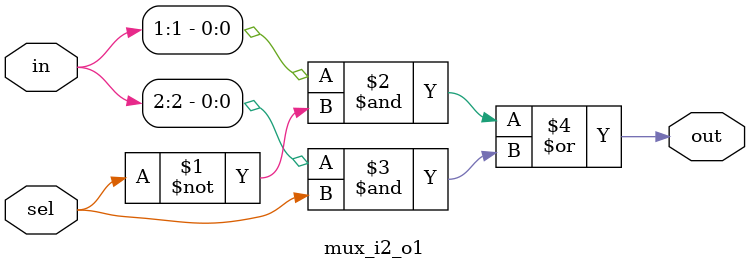
<source format=sv>
module mux_i4_o1(a, sel, out);
    input[3:0] a;
    input[1:0] sel;
    output out;
    wire b1,b2;
    
    mux_i2_o1 entity_0 ( .in( { a[1], a[0] } ), .sel( sel[0] ), .out( b1 ) );
    mux_i2_o1 entity_1 ( .in( { a[3], a[2] } ), .sel( sel[0] ), .out( b2 ) );
    mux_i2_o1 entity_2 ( .in( { b2, b1 } ), .sel( sel[1] ), .out(out) );
endmodule

module mux_i2_o1 (in, sel, out);
    input [2:1] in;
	input sel;
	output out;
    assign out = ( in[1] & (~sel) ) | ( in[2] & sel );
endmodule
</source>
